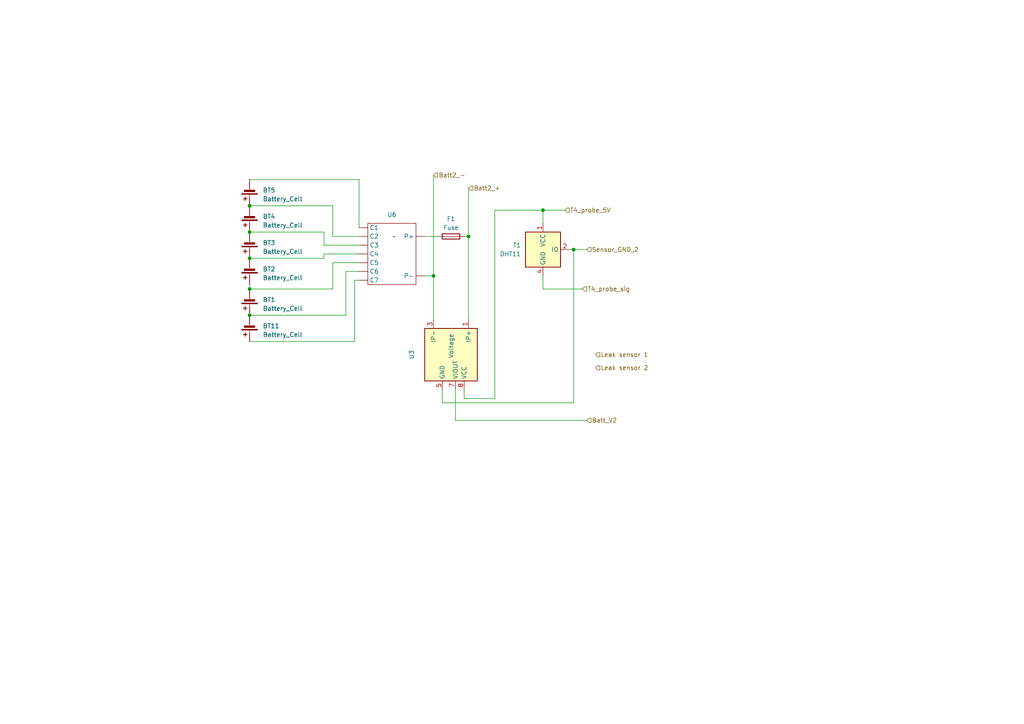
<source format=kicad_sch>
(kicad_sch (version 20230121) (generator eeschema)
  (paper "A4")
  (lib_symbols
    (symbol "ACS715xLCTR-20A_1"
      (property "Reference" "U1" (at -1.2065 11.43 0))
      (property "Value" "Current sensor" (at -1.2065 8.89 0))
      (symbol "ACS715xLCTR-20A_1_0_1"
        (rectangle (start -7.62 7.62) (end 7.62 -7.62) (stroke (width 0.254)) (fill (type background)))
      )
      (symbol "ACS715xLCTR-20A_1_1_1"
        (pin passive line (at -10.16 5.08 0) (length 2.54) (name "IP+") (number "1"))
        (pin passive line (at -10.16 5.08 0) (length 2.54) hide (name "IP+") (number "2"))
        (pin passive line (at -10.16 -5.08 0) (length 2.54) (name "IP-") (number "3"))
        (pin passive line (at -10.16 -5.08 0) (length 2.54) hide (name "IP-") (number "4"))
        (pin power_in line (at 10.16 -2.54 180) (length 2.54) (name "GND") (number "5"))
        (pin output line (at 10.16 1.27 180) (length 2.54) (name "VIOUT") (number "7"))
        (pin power_in line (at 10.16 3.81 180) (length 2.54) (name "VCC") (number "8"))
      )
    )
    (symbol "BMS_5S_1"
      (property "Reference" "U6" (at -3.175 8.89 0))
      (property "Value" "~" (at -2.54 2.54 0))
      (symbol "BMS_5S_1_0_1"
        (rectangle (start -10.16 6.35) (end 3.81 -11.43))
      )
      (symbol "BMS_5S_1_1_1"
        (pin input line (at -12.7 5.08 0) (length 2.54) (name "C1") (number ""))
        (pin input line (at -12.7 2.54 0) (length 2.54) (name "C2") (number ""))
        (pin input line (at -12.7 0 0) (length 2.54) (name "C3") (number ""))
        (pin input line (at -12.7 -2.54 0) (length 2.54) (name "C4") (number ""))
        (pin input line (at -12.7 -5.08 0) (length 2.54) (name "C5") (number ""))
        (pin input line (at -12.7 -7.62 0) (length 2.54) (name "C6") (number ""))
        (pin input line (at -12.7 -10.16 0) (length 2.54) (name "C7") (number ""))
        (pin output line (at 6.35 2.54 180) (length 2.54) (name "P+") (number ""))
        (pin output line (at 6.35 -8.89 180) (length 2.54) (name "P-") (number ""))
      )
    )
    (symbol "Device:Battery_Cell" (pin_numbers hide) (pin_names (offset 0) hide)
      (property "Reference" "BT" (at 2.54 2.54 0))
      (property "Value" "Battery_Cell" (at 2.54 0 0))
      (symbol "Battery_Cell_0_1"
        (rectangle (start -2.286 1.778) (end 2.286 1.524) (fill (type outline)))
        (rectangle (start -1.524 1.016) (end 1.524 0.508) (fill (type outline)))
        (polyline (pts (xy 0 0.762) (xy 0 0)))
        (polyline (pts (xy 0 1.778) (xy 0 2.54)))
        (polyline (pts (xy 0.762 3.048) (xy 1.778 3.048)) (stroke (width 0.254)))
        (polyline (pts (xy 1.27 3.556) (xy 1.27 2.54)) (stroke (width 0.254)))
      )
      (symbol "Battery_Cell_1_1"
        (pin passive line (at 0 5.08 270) (length 2.54) (name "+") (number "1"))
        (pin passive line (at 0 -2.54 90) (length 2.54) (name "-") (number "2"))
      )
    )
    (symbol "Device:Fuse" (pin_numbers hide) (pin_names (offset 0))
      (property "Reference" "F" (at 2.032 0 90))
      (property "Value" "Fuse" (at -1.905 0 90))
      (symbol "Fuse_0_1"
        (rectangle (start -0.762 -2.54) (end 0.762 2.54) (stroke (width 0.254)))
        (polyline (pts (xy 0 2.54) (xy 0 -2.54)))
      )
      (symbol "Fuse_1_1"
        (pin passive line (at 0 3.81 270) (length 1.27) (name "~") (number "1"))
        (pin passive line (at 0 -3.81 90) (length 1.27) (name "~") (number "2"))
      )
    )
    (symbol "Sensor:DHT11"
      (property "Reference" "U" (at -3.81 6.35 0))
      (property "Value" "DHT11" (at 3.81 6.35 0))
      (symbol "DHT11_0_1"
        (rectangle (start -5.08 5.08) (end 5.08 -5.08) (stroke (width 0.254)) (fill (type background)))
      )
      (symbol "DHT11_1_1"
        (pin power_in line (at 0 7.62 270) (length 2.54) (name "VCC") (number "1"))
        (pin bidirectional line (at 7.62 0 180) (length 2.54) (name "IO") (number "2"))
        (pin no_connect line (at -5.08 0 0) (length 2.54) hide (name "NC") (number "3"))
        (pin power_in line (at 0 -7.62 90) (length 2.54) (name "GND") (number "4"))
      )
    )
  )
  (junction (at 72.39 59.69))
  (junction (at 157.48 60.96))
  (junction (at 72.39 91.44))
  (junction (at 125.73 80.01))
  (junction (at 135.89 68.58))
  (junction (at 72.39 83.82))
  (junction (at 72.39 67.31))
  (junction (at 166.37 72.39))
  (junction (at 72.39 74.93))
  (wire (pts (xy 123.19 68.58) (xy 127 68.58)))
  (wire (pts (xy 123.19 80.01) (xy 125.73 80.01)))
  (wire (pts (xy 166.37 72.39) (xy 170.18 72.39)))
  (wire (pts (xy 135.89 54.61) (xy 135.89 68.58)))
  (wire (pts (xy 143.51 115.57) (xy 143.51 60.96)))
  (wire (pts (xy 104.14 52.07) (xy 104.14 66.04)))
  (wire (pts (xy 125.73 50.8) (xy 125.73 80.01)))
  (wire (pts (xy 72.39 91.44) (xy 100.33 91.44)))
  (wire (pts (xy 135.89 68.58) (xy 135.89 92.71)))
  (wire (pts (xy 143.51 60.96) (xy 157.48 60.96)))
  (wire (pts (xy 93.98 73.66) (xy 104.14 73.66)))
  (wire (pts (xy 128.27 116.84) (xy 166.37 116.84)))
  (wire (pts (xy 134.62 113.03) (xy 134.62 115.57)))
  (wire (pts (xy 72.39 99.06) (xy 102.87 99.06)))
  (wire (pts (xy 135.89 68.58) (xy 134.62 68.58)))
  (wire (pts (xy 166.37 72.39) (xy 166.37 116.84)))
  (wire (pts (xy 157.48 80.01) (xy 157.48 83.82)))
  (wire (pts (xy 72.39 59.69) (xy 96.52 59.69)))
  (wire (pts (xy 96.52 76.2) (xy 104.14 76.2)))
  (wire (pts (xy 157.48 83.82) (xy 168.91 83.82)))
  (wire (pts (xy 96.52 68.58) (xy 96.52 59.69)))
  (wire (pts (xy 72.39 67.31) (xy 93.98 67.31)))
  (wire (pts (xy 100.33 91.44) (xy 100.33 78.74)))
  (wire (pts (xy 134.62 115.57) (xy 143.51 115.57)))
  (wire (pts (xy 165.1 72.39) (xy 166.37 72.39)))
  (wire (pts (xy 170.18 121.92) (xy 132.08 121.92)))
  (wire (pts (xy 157.48 60.96) (xy 163.83 60.96)))
  (wire (pts (xy 132.08 121.92) (xy 132.08 113.03)))
  (wire (pts (xy 72.39 83.82) (xy 96.52 83.82)))
  (wire (pts (xy 102.87 81.28) (xy 104.14 81.28)))
  (wire (pts (xy 93.98 67.31) (xy 93.98 71.12)))
  (wire (pts (xy 93.98 71.12) (xy 104.14 71.12)))
  (wire (pts (xy 100.33 78.74) (xy 104.14 78.74)))
  (wire (pts (xy 102.87 99.06) (xy 102.87 81.28)))
  (wire (pts (xy 125.73 80.01) (xy 125.73 92.71)))
  (wire (pts (xy 93.98 74.93) (xy 93.98 73.66)))
  (wire (pts (xy 72.39 52.07) (xy 104.14 52.07)))
  (wire (pts (xy 93.98 74.93) (xy 72.39 74.93)))
  (wire (pts (xy 157.48 64.77) (xy 157.48 60.96)))
  (wire (pts (xy 96.52 68.58) (xy 104.14 68.58)))
  (wire (pts (xy 128.27 113.03) (xy 128.27 116.84)))
  (wire (pts (xy 96.52 83.82) (xy 96.52 76.2)))
  (wire (pts (xy 72.39 83.82) (xy 72.39 82.55)))
  (hierarchical_label "Batt2_-" (shape input) (at 125.73 50.8 0))
  (hierarchical_label "Batt2_+" (shape input) (at 135.89 54.61 0))
  (hierarchical_label "Leak sensor 2" (shape input) (at 172.72 106.68 0))
  (hierarchical_label "Batt_V2" (shape input) (at 170.18 121.92 0))
  (hierarchical_label "Leak sensor 1" (shape input) (at 172.72 102.87 0))
  (hierarchical_label "Sensor_GND_2" (shape input) (at 170.18 72.39 0))
  (hierarchical_label "T4_probe_sig" (shape input) (at 168.91 83.82 0))
  (hierarchical_label "T4_probe_5V" (shape input) (at 163.83 60.96 0))
  (symbol (lib_name "ACS715xLCTR-20A_1") (lib_id "Sensor_Current:ACS715xLCTR-20A") (at 130.81 102.87 270) (unit 1)
    (property "Reference" "U3" (at 119.38 102.87 0))
    (property "Value" "Voltage" (at 130.81 100.33 0))
    (property "Footprint" "Package_SO:SOIC-8_3.9x4.9mm_P1.27mm" (effects hide))
    (property "Datasheet" "http://www.allegromicro.com/~/media/Files/Datasheets/ACS715-Datasheet.ashx?la=en" (effects hide))
    (instances (project "MRS" (path "" (reference "U3") (unit 1))) (project "MRS_Strathvoyager_2" (path "" (reference "U9") (unit 1)) (path "" (reference "U10") (unit 1))) (project "Onebox_solution" (path "" (reference "U8") (unit 1))))
  )
  (symbol (lib_id "Device:Battery_Cell") (at 72.39 62.23 180) (unit 1)
    (property "Reference" "BT4" (at 76.2 62.8015 0) (effects (justify right)))
    (property "Value" "Battery_Cell" (at 76.2 65.3415 0) (effects (justify right)))
    (instances (project "MRS_Strathvoyager_2" (path "" (reference "BT4") (unit 1)) (path "" (reference "BT7") (unit 1))) (project "Onebox_solution" (path "" (reference "BT8") (unit 1))))
  )
  (symbol (lib_id "Device:Battery_Cell") (at 72.39 93.98 180) (unit 1)
    (property "Reference" "BT11" (at 76.2 94.5515 0) (effects (justify right)))
    (property "Value" "Battery_Cell" (at 76.2 97.0915 0) (effects (justify right)))
    (instances (project "MRS_Strathvoyager_2" (path "" (reference "BT11") (unit 1)) (path "" (reference "BT10") (unit 1))) (project "Onebox_solution" (path "" (reference "BT12") (unit 1))))
  )
  (symbol (lib_name "BMS_5S_1") (lib_id "MRS:BMS_5S") (at 116.84 71.12 0) (unit 1)
    (property "Reference" "U6" (at 113.665 62.23 0))
    (property "Value" "~" (at 114.3 68.58 0))
    (instances (project "MRS_Strathvoyager_2" (path "" (reference "U6") (unit 1)) (path "" (reference "U2") (unit 1))) (project "Onebox_solution" (path "" (reference "U7") (unit 1))))
  )
  (symbol (lib_id "Device:Battery_Cell") (at 72.39 54.61 180) (unit 1)
    (property "Reference" "BT5" (at 76.2 55.1815 0) (effects (justify right)))
    (property "Value" "Battery_Cell" (at 76.2 57.7215 0) (effects (justify right)))
    (instances (project "MRS_Strathvoyager_2" (path "" (reference "BT5") (unit 1)) (path "" (reference "BT6") (unit 1))) (project "Onebox_solution" (path "" (reference "BT7") (unit 1))))
  )
  (symbol (lib_id "Device:Battery_Cell") (at 72.39 86.36 180) (unit 1)
    (property "Reference" "BT1" (at 76.2 86.9315 0) (effects (justify right)))
    (property "Value" "Battery_Cell" (at 76.2 89.4715 0) (effects (justify right)))
    (instances (project "MRS_Strathvoyager_2" (path "" (reference "BT1") (unit 1)) (path "" (reference "BT10") (unit 1))) (project "Onebox_solution" (path "" (reference "BT11") (unit 1))))
  )
  (symbol (lib_id "Device:Fuse") (at 130.81 68.58 90) (unit 1)
    (property "Reference" "F1" (at 130.81 63.5 90))
    (property "Value" "Fuse" (at 130.81 66.04 90))
    (instances (project "MRS_Strathvoyager_2" (path "" (reference "F1") (unit 1)) (path "" (reference "F2") (unit 1))) (project "Onebox_solution" (path "" (reference "F2") (unit 1))))
  )
  (symbol (lib_id "Device:Battery_Cell") (at 72.39 69.85 180) (unit 1)
    (property "Reference" "BT3" (at 76.2 70.4215 0) (effects (justify right)))
    (property "Value" "Battery_Cell" (at 76.2 72.9615 0) (effects (justify right)))
    (instances (project "MRS_Strathvoyager_2" (path "" (reference "BT3") (unit 1)) (path "" (reference "BT8") (unit 1))) (project "Onebox_solution" (path "" (reference "BT9") (unit 1))))
  )
  (symbol (lib_id "Device:Battery_Cell") (at 72.39 77.47 180) (unit 1)
    (property "Reference" "BT2" (at 76.2 78.0415 0) (effects (justify right)))
    (property "Value" "Battery_Cell" (at 76.2 80.5815 0) (effects (justify right)))
    (instances (project "MRS_Strathvoyager_2" (path "" (reference "BT2") (unit 1)) (path "" (reference "BT9") (unit 1))) (project "Onebox_solution" (path "" (reference "BT10") (unit 1))))
  )
  (symbol (lib_id "Sensor:DHT11") (at 157.48 72.39 0) (unit 1)
    (property "Reference" "T1" (at 151.13 71.12 0) (effects (justify right)))
    (property "Value" "DHT11" (at 151.13 73.66 0) (effects (justify right)))
    (property "Footprint" "Sensor:Aosong_DHT11_5.5x12.0_P2.54mm" (effects hide))
    (property "Datasheet" "http://akizukidenshi.com/download/ds/aosong/DHT11.pdf" (effects hide))
    (instances (project "MRS_Strathvoyager_2" (path "" (reference "T1") (unit 1)) (path "" (reference "T4") (unit 1))) (project "Onebox_solution" (path "" (reference "T2") (unit 1))))
  )
)
</source>
